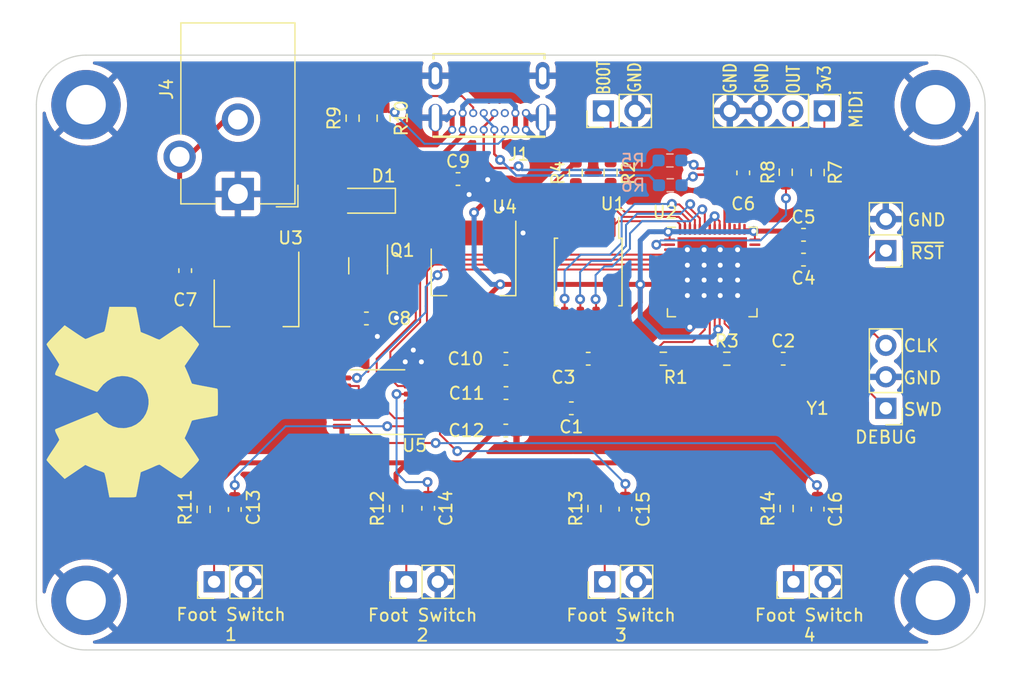
<source format=kicad_pcb>
(kicad_pcb (version 20210228) (generator pcbnew)
  (layers (0 "F.Cu" signal) (31 "B.Cu" signal) (34 "B.Paste" user) (35 "F.Paste" user) (36 "B.SilkS" user "B.Silkscreen") (37 "F.SilkS" user "F.Silkscreen") (38 "B.Mask" user) (39 "F.Mask" user) (44 "Edge.Cuts" user))
  (net 0 "")
  (net 1 "Net-(C1-Pad2)")
  (net 2 "GND")
  (net 3 "Net-(C2-Pad1)")
  (net 4 "/FootSwitches/3v3")
  (net 5 "/RP2040/1v1")
  (net 6 "Net-(C7-Pad1)")
  (net 7 "Net-(C8-Pad1)")
  (net 8 "Net-(C9-Pad1)")
  (net 9 "Net-(C13-Pad1)")
  (net 10 "Net-(C14-Pad1)")
  (net 11 "Net-(C15-Pad1)")
  (net 12 "Net-(C16-Pad1)")
  (net 13 "/PSU/VBUS")
  (net 14 "Net-(J1-Pad3)")
  (net 15 "Net-(J1-Pad1)")
  (net 16 "Net-(J2-Pad1)")
  (net 17 "Net-(J3-Pad1)")
  (net 18 "Net-(J5-Pad2)")
  (net 19 "Net-(J5-Pad1)")
  (net 21 "/USB_+")
  (net 22 "/USB_-")
  (net 23 "Net-(J?1-PadB5)")
  (net 25 "Net-(J?1-PadA5)")
  (net 26 "Net-(R1-Pad2)")
  (net 27 "/RP2040/~QSPI_CS")
  (net 28 "/RP2040/RP_USB_+")
  (net 29 "/RP2040/RP_USB_-")
  (net 30 "/MiDi/midi_out")
  (net 31 "/RP2040/QSPI_SD3")
  (net 32 "/RP2040/QSPI_CLK")
  (net 33 "/RP2040/QSPI_SD0")
  (net 34 "/RP2040/QSPI_SD2")
  (net 35 "/RP2040/QSPI_SD1")
  (net 60 "/FootSwitches/foot_switch_four")
  (net 61 "/FootSwitches/foot_switch_three")
  (net 62 "/FootSwitches/foot_switch_two")
  (net 63 "/FootSwitches/foot_switch_one")
  (net 64 "/RP2040/midi_in")
  (footprint "Resistor_SMD:R_0603_1608Metric_Pad0.98x0.95mm_HandSolder" (layer "F.Cu") (at 165.78 96)
    (fp_text reference "R3")
    (fp_text value "1k")
  )
  (footprint "Package_DFN_QFN:QFN-56-1EP_7x7mm_P0.4mm_EP5.6x5.6mm" (layer "F.Cu") (at 164.605 89)
    (fp_text reference "U2")
    (fp_text value "RP2040")
  )
  (footprint "Symbol:OSHW-Logo2_24.3x20mm_SilkScreen" (layer "F.Cu") (at 115.5 99.5 -90)
    (fp_text reference "REF**" hide)
    (fp_text value "OSHW-Logo2_24.3x20mm_SilkScreen" hide)
  )
  (footprint "Capacitor_SMD:C_0603_1608Metric_Pad1.08x0.95mm_HandSolder" (layer "F.Cu") (at 122.105 88.8875 -90)
    (fp_text reference "C7")
    (fp_text value "10uF")
  )
  (footprint "Package_SO:TSSOP-14_4.4x5mm_P0.65mm" (layer "F.Cu") (at 137.605 99.5 180)
    (fp_text reference "U5")
    (fp_text value "74HC14")
  )
  (footprint "Capacitor_SMD:C_0603_1608Metric_Pad1.08x0.95mm_HandSolder" (layer "F.Cu") (at 126.105 108.1625 -90)
    (fp_text reference "C13")
    (fp_text value "100n")
  )
  (footprint "USB4085-GF-A:GCT_USB4085-GF-A_REVA" (layer "F.Cu") (at 146.605 73.5 180)
    (fp_text reference "J1")
    (fp_text value "USB_C_Receptacle_USB2.0")
  )
  (footprint "Connector_PinHeader_2.54mm:PinHeader_1x02_P2.54mm_Vertical" (layer "F.Cu") (at 171.16 114 90)
    (fp_text reference "J9" hide)
    (fp_text value "FS_4")
  )
  (footprint "Capacitor_SMD:C_0603_1608Metric_Pad1.08x0.95mm_HandSolder" (layer "F.Cu") (at 144.105 81.5)
    (fp_text reference "C9")
    (fp_text value "10uF")
  )
  (footprint "Capacitor_SMD:C_0603_1608Metric_Pad1.08x0.95mm_HandSolder" (layer "F.Cu") (at 147.974501 98.768554)
    (fp_text reference "C11")
    (fp_text value "10nF")
  )
  (footprint "MountingHole:MountingHole_3.2mm_M3_DIN965_Pad" (layer "F.Cu") (at 114.105 75.5)
    (fp_text reference "H3" hide)
    (fp_text value "MountingHole_Pad")
  )
  (footprint "Resistor_SMD:R_0603_1608Metric_Pad0.98x0.95mm_HandSolder" (layer "F.Cu") (at 123.587964 108.152549 -90)
    (fp_text reference "R11")
    (fp_text value "220k")
  )
  (footprint "Capacitor_SMD:C_0603_1608Metric_Pad1.08x0.95mm_HandSolder" (layer "F.Cu") (at 170.33 96)
    (fp_text reference "C2")
    (fp_text value "15p")
  )
  (footprint "Capacitor_SMD:C_0603_1608Metric_Pad1.08x0.95mm_HandSolder" (layer "F.Cu") (at 157.605 108.1375 -90)
    (fp_text reference "C15")
    (fp_text value "100n")
  )
  (footprint "Connector_PinHeader_2.54mm:PinHeader_1x02_P2.54mm_Vertical" (layer "F.Cu") (at 124.435 114 90)
    (fp_text reference "J6" hide)
    (fp_text value "FS_1")
  )
  (footprint "Package_TO_SOT_SMD:SOT-223" (layer "F.Cu") (at 127.855 91.5 -90)
    (fp_text reference "U3")
    (fp_text value "LM1117MP-5.0_NOPB")
  )
  (footprint "Connector_PinHeader_2.54mm:PinHeader_1x02_P2.54mm_Vertical" (layer "F.Cu") (at 139.935 114 90)
    (fp_text reference "J7" hide)
    (fp_text value "FS_2")
  )
  (footprint "Resistor_SMD:R_0603_1608Metric_Pad0.98x0.95mm_HandSolder" (layer "F.Cu") (at 139.105 108.0875 -90)
    (fp_text reference "R12")
    (fp_text value "220k")
  )
  (footprint "Capacitor_SMD:C_0603_1608Metric_Pad1.08x0.95mm_HandSolder" (layer "F.Cu") (at 141.697979 108.066041 -90)
    (fp_text reference "C14")
    (fp_text value "100n")
  )
  (footprint "Capacitor_SMD:C_0603_1608Metric_Pad1.08x0.95mm_HandSolder" (layer "F.Cu") (at 147.9675 96)
    (fp_text reference "C10")
    (fp_text value "10uF")
  )
  (footprint "Resistor_SMD:R_0603_1608Metric_Pad0.98x0.95mm_HandSolder" (layer "F.Cu") (at 138.105 76.5875 -90)
    (fp_text reference "R10")
    (fp_text value "5.1k")
  )
  (footprint "Connector_PinHeader_2.54mm:PinHeader_1x02_P2.54mm_Vertical" (layer "F.Cu") (at 155.83 76 90)
    (fp_text reference "J2" hide)
    (fp_text value "PROG_MODE")
  )
  (footprint "Capacitor_SMD:C_0603_1608Metric_Pad1.08x0.95mm_HandSolder" (layer "F.Cu") (at 153.2425 100)
    (fp_text reference "C1")
    (fp_text value "15p")
  )
  (footprint "Package_TO_SOT_SMD:SOT-223" (layer "F.Cu") (at 145.355 89 -90)
    (fp_text reference "U4")
    (fp_text value "LMS8117AMP-3.3_NOPB")
  )
  (footprint "MountingHole:MountingHole_3.2mm_M3_DIN965_Pad" (layer "F.Cu") (at 182.605 75.5)
    (fp_text reference "H4" hide)
    (fp_text value "MountingHole_Pad")
  )
  (footprint "Package_SO:SOIC-8_5.23x5.23mm_P1.27mm" (layer "F.Cu") (at 154.605 89 -90)
    (fp_text reference "U1")
    (fp_text value "W25Q128JVS")
  )
  (footprint "Resistor_SMD:R_0603_1608Metric_Pad0.98x0.95mm_HandSolder" (layer "F.Cu") (at 173.107876 80.971886 -90)
    (fp_text reference "R7")
    (fp_text value "33R")
  )
  (footprint "Capacitor_SMD:C_0603_1608Metric_Pad1.08x0.95mm_HandSolder" (layer "F.Cu") (at 136.7175 92.75)
    (fp_text reference "C8")
    (fp_text value "10uF")
  )
  (footprint "Connector_PinHeader_2.54mm:PinHeader_1x03_P2.54mm_Vertical" (layer "F.Cu") (at 178.605 100 180)
    (fp_text reference "DEBUG")
    (fp_text value "SWD")
  )
  (footprint "Resistor_SMD:R_0603_1608Metric_Pad0.98x0.95mm_HandSolder" (layer "F.Cu") (at 135.605 76.5875 -90)
    (fp_text reference "R9")
    (fp_text value "5.1k")
  )
  (footprint "Capacitor_SMD:C_0603_1608Metric_Pad1.08x0.95mm_HandSolder" (layer "F.Cu") (at 171.9675 86)
    (fp_text reference "C5")
    (fp_text value "2u2")
  )
  (footprint "Capacitor_SMD:C_0603_1608Metric_Pad1.08x0.95mm_HandSolder" (layer "F.Cu") (at 147.957744 101.797266)
    (fp_text reference "C12")
    (fp_text value "10nF")
  )
  (footprint "Capacitor_SMD:C_0603_1608Metric_Pad1.08x0.95mm_HandSolder" (layer "F.Cu") (at 171.9675 88)
    (fp_text reference "C4")
    (fp_text value "100n")
  )
  (footprint "Capacitor_SMD:C_0603_1608Metric_Pad1.08x0.95mm_HandSolder" (layer "F.Cu") (at 154.605 96 180)
    (fp_text reference "C3")
    (fp_text value "100n")
  )
  (footprint "Connector_PinHeader_2.54mm:PinHeader_1x04_P2.54mm_Vertical" (layer "F.Cu") (at 173.645 76 -90)
    (fp_text reference "J5" hide)
    (fp_text value "Conn_01x04_Female")
  )
  (footprint "Resistor_SMD:R_0603_1608Metric_Pad0.98x0.95mm_HandSolder" (layer "F.Cu") (at 170.605 108.0875 -90)
    (fp_text reference "R14")
    (fp_text value "220k")
  )
  (footprint "Diode_SMD:D_SOD-123F" (layer "F.Cu") (at 136.855 83.25 180)
    (fp_text reference "D1")
    (fp_text value "MBR1020VL")
  )
  (footprint "Resistor_SMD:R_0603_1608Metric_Pad0.98x0.95mm_HandSolder" (layer "F.Cu") (at 160.6625 96)
    (fp_text reference "R1")
    (fp_text value "DNF")
  )
  (footprint "Connector_PinHeader_2.54mm:PinHeader_1x02_P2.54mm_Vertical" (layer "F.Cu") (at 178.605 87.275 180)
    (fp_text reference "J3" hide)
    (fp_text value "RESET")
  )
  (footprint "Resistor_SMD:R_0603_1608Metric_Pad0.98x0.95mm_HandSolder" (layer "F.Cu") (at 153.605 81 90)
    (fp_text reference "R4")
    (fp_text value "DNF")
  )
  (footprint "Resistor_SMD:R_0603_1608Metric_Pad0.98x0.95mm_HandSolder" (layer "F.Cu") (at 156.408274 80.980343 -90)
    (fp_text reference "R2")
    (fp_text value "1k")
  )
  (footprint "Connector_PinHeader_2.54mm:PinHeader_1x02_P2.54mm_Vertical" (layer "F.Cu") (at 155.935 114 90)
    (fp_text reference "J8" hide)
    (fp_text value "FS_3")
  )
  (footprint "Resistor_SMD:R_0603_1608Metric_Pad0.98x0.95mm_HandSolder" (layer "F.Cu") (at 170.531507 80.950636 90)
    (fp_text reference "R8")
    (fp_text value "10R")
  )
  (footprint "Resistor_SMD:R_0603_1608Metric_Pad0.98x0.95mm_HandSolder" (layer "F.Cu") (at 155.105 108.0875 -90)
    (fp_text reference "R13")
    (fp_text value "220k")
  )
  (footprint "Package_TO_SOT_SMD:SOT-23" (layer "F.Cu") (at 136.855 88.5 -90)
    (fp_text reference "Q1")
    (fp_text value "DMG2305UX")
  )
  (footprint "MountingHole:MountingHole_3.2mm_M3_DIN965_Pad" (layer "F.Cu") (at 182.605 115.5)
    (fp_text reference "H2" hide)
    (fp_text value "MountingHole_Pad")
  )
  (footprint "Capacitor_SMD:C_0603_1608Metric_Pad1.08x0.95mm_HandSolder" (layer "F.Cu") (at 173.105 108.1375 -90)
    (fp_text reference "C16")
    (fp_text value "100n")
  )
  (footprint "Connector_BarrelJack:BarrelJack_CUI_PJ-102AH_Horizontal" (layer "F.Cu") (at 126.355 82.7 180)
    (fp_text reference "J4")
    (fp_text value "9V center: Neg")
  )
  (footprint "Capacitor_SMD:C_0603_1608Metric_Pad1.08x0.95mm_HandSolder" (layer "F.Cu") (at 167.105 81 90)
    (fp_text reference "C6")
    (fp_text value "2u2")
  )
  (footprint "sc_custom:ABLS-12.000MHZ-20-B-3-H-T" (layer "F.Cu") (at 164.105 100)
    (fp_text reference "Y1")
    (fp_text value "12MHz")
  )
  (footprint "MountingHole:MountingHole_3.2mm_M3_DIN965_Pad" (layer "F.Cu") (at 114.105 115.5)
    (fp_text reference "H1" hide)
    (fp_text value "MountingHole_Pad")
  )
  (footprint "Resistor_SMD:R_0603_1608Metric_Pad0.98x0.95mm_HandSolder" (layer "B.Cu") (at 161.219493 82 180)
    (fp_text reference "R6")
    (fp_text value "27.4R")
  )
  (footprint "Resistor_SMD:R_0603_1608Metric_Pad0.98x0.95mm_HandSolder" (layer "B.Cu") (at 161.1925 80 180)
    (fp_text reference "R5")
    (fp_text value "27.4R")
  )
  (gr_line (start 186.605 75.5) (end 186.605 115.5) (layer "Edge.Cuts") (width 0.1))
  (gr_arc (start 114.105 75.5) (end 114.105 71.5) (angle -90) (layer "Edge.Cuts") (width 0.1))
  (gr_line (start 110.105 115.5) (end 110.105 75.5) (layer "Edge.Cuts") (width 0.1))
  (gr_line (start 114.105 71.5) (end 182.605 71.5) (layer "Edge.Cuts") (width 0.1))
  (gr_arc (start 182.605 75.5) (end 186.605 75.5) (angle -90) (layer "Edge.Cuts") (width 0.1))
  (gr_arc (start 182.605 115.5) (end 182.605 119.5) (angle -90) (layer "Edge.Cuts") (width 0.1))
  (gr_arc (start 114.105 115.5) (end 110.105 115.5) (angle -90) (layer "Edge.Cuts") (width 0.1))
  (gr_line (start 182.605 119.5) (end 114.105 119.5) (layer "Edge.Cuts") (width 0.1))
  (gr_text "~RST" (at 181.95 87.45) (layer "F.SilkS") (effects (font (size 1 1))))
  (gr_text "GND" (at 166.05 73.35 90) (layer "F.SilkS") (effects (font (size 1 0.8))))
  (gr_text "GND" (at 181.55 97.55) (layer "F.SilkS") (effects (font (size 1 1))))
  (gr_text "CLK" (at 181.45 94.95) (layer "F.SilkS") (effects (font (size 1 1))))
  (gr_text "Foot Switch\n3" (at 157.25 117.5) (layer "F.SilkS") (effects (font (size 1 1))))
  (gr_text "3v3" (at 173.65 73.4 90) (layer "F.SilkS") (effects (font (size 1 0.8))))
  (gr_text "MiDi" (at 176.2 75.85 90) (layer "F.SilkS") (effects (font (size 1 1))))
  (gr_text "Foot Switch\n4" (at 172.45 117.5) (layer "F.SilkS") (effects (font (size 1 1))))
  (gr_text "Foot Switch\n1" (at 125.8 117.45) (layer "F.SilkS") (effects (font (size 1 1))))
  (gr_text "SWD" (at 181.6 100.1) (layer "F.SilkS") (effects (font (size 1 1))))
  (gr_text "GND" (at 158.35 73.3 90) (layer "F.SilkS") (effects (font (size 1 0.8))))
  (gr_text "GND" (at 181.9 84.8) (layer "F.SilkS") (effects (font (size 1 1))))
  (gr_text "OUT" (at 171.15 73.45 90) (layer "F.SilkS") (effects (font (size 1 0.8))))
  (gr_text "Foot Switch\n2" (at 141.25 117.5) (layer "F.SilkS") (effects (font (size 1 1))))
  (gr_text "GND" (at 168.6 73.35 90) (layer "F.SilkS") (effects (font (size 1 0.8))))
  (gr_text "BOOT\n" (at 155.85 73.3 90) (layer "F.SilkS") (effects (font (size 1 0.7))))
  (segment (start 160.7 94.65) (end 159.75 95.6) (width 0.16) (layer "F.Cu") (net 1))
  (segment (start 159.75 99.605) (end 159.355 100) (width 0.16) (layer "F.Cu") (net 1))
  (segment (start 159.75 95.6) (end 159.75 96) (width 0.16) (layer "F.Cu") (net 1))
  (segment (start 164.005 93.645) (end 163 94.65) (width 0.16) (layer "F.Cu") (net 1))
  (segment (start 159.75 96) (end 159.75 99.605) (width 0.16) (layer "F.Cu") (net 1))
  (segment (start 164.005 92.4375) (end 164.005 93.645) (width 0.16) (layer "F.Cu") (net 1))
  (segment (start 154.105 100) (end 159.355 100) (width 0.16) (layer "F.Cu") (net 1))
  (segment (start 163 94.65) (end 160.7 94.65) (width 0.16) (layer "F.Cu") (net 1))
  (segment (start 164.605 88.995) (end 164.65 88.95) (width 0.16) (layer "F.Cu") (net 2))
  (segment (start 143.63 76.175) (end 143.63 77.525) (width 0.4) (layer "F.Cu") (net 2))
  (segment (start 164.605 89) (end 164.605 88.995) (width 0.16) (layer "F.Cu") (net 2))
  (segment (start 163.605 92.4375) (end 163.605 90) (width 0.16) (layer "F.Cu") (net 2))
  (segment (start 163.605 92.4375) (end 163.605 93.045) (width 0.16) (layer "F.Cu") (net 2))
  (segment (start 163.2 93.45) (end 162.8 93.45) (width 0.16) (layer "F.Cu") (net 2))
  (segment (start 163.605 90) (end 164.605 89) (width 0.16) (layer "F.Cu") (net 2))
  (segment (start 149.58 76.175) (end 149.58 77.525) (width 0.4) (layer "F.Cu") (net 2))
  (segment (start 163.605 93.045) (end 163.4 93.25) (width 0.16) (layer "F.Cu") (net 2))
  (segment (start 163.4 93.25) (end 163.2 93.45) (width 0.16) (layer "F.Cu") (net 2))
  (via (at 163.95 88.45) (size 0.8) (drill 0.4) (layers "F.Cu" "B.Cu") (net 2))
  (via (at 166.65 89.65) (size 0.8) (drill 0.4) (layers "F.Cu" "B.Cu") (net 2))
  (via (at 165.25 87.2) (size 0.8) (drill 0.4) (layers "F.Cu" "B.Cu") (net 2))
  (via (at 165.25 90.9) (size 0.8) (drill 0.4) (layers "F.Cu" "B.Cu") (net 2))
  (via (at 165.25 89.65) (size 0.8) (drill 0.4) (layers "F.Cu" "B.Cu") (net 2))
  (via (at 139.85 96.25) (size 0.8) (drill 0.4) (layers "F.Cu" "B.Cu") (net 2))
  (via (at 140.5 95.3) (size 0.8) (drill 0.4) (layers "F.Cu" "B.Cu") (net 2))
  (via (at 162.6 90.9) (size 0.8) (drill 0.4) (layers "F.Cu" "B.Cu") (net 2))
  (via (at 166.65 88.45) (size 0.8) (drill 0.4) (layers "F.Cu" "B.Cu") (net 2))
  (via (at 162.8 93.45) (size 0.8) (drill 0.4) (layers "F.Cu" "B.Cu") (net 2))
  (via (at 146.5 81.55) (size 0.8) (drill 0.4) (layers "F.Cu" "B.Cu") (net 2))
  (via (at 147.65 83.9) (size 0.8) (drill 0.4) (layers "F.Cu" "B.Cu") (net 2))
  (via (at 145 82.75) (size 0.8) (drill 0.4) (layers "F.Cu" "B.Cu") (net 2))
  (via (at 166.65 90.9) (size 0.8) (drill 0.4) (layers "F.Cu" "B.Cu") (net 2))
  (via (at 162.6 89.65) (size 0.8) (drill 0.4) (layers "F.Cu" "B.Cu") (net 2))
  (via (at 163.95 90.9) (size 0.8) (drill 0.4) (layers "F.Cu" "B.Cu") (net 2))
  (via (at 149.35 85.85) (size 0.8) (drill 0.4) (layers "F.Cu" "B.Cu") (net 2))
  (via (at 162.6 88.45) (size 0.8) (drill 0.4) (layers "F.Cu" "B.Cu") (net 2))
  (via (at 137.6 94.2) (size 0.8) (drill 0.4) (layers "F.Cu" "B.Cu") (net 2))
  (via (at 162.6 87.2) (size 0.8) (drill 0.4) (layers "F.Cu" "B.Cu") (net 2))
  (via (at 141.15 96.25) (size 0.8) (drill 0.4) (layers "F.Cu" "B.Cu") (net 2))
  (via (at 163.95 89.65) (size 0.8) (drill 0.4) (layers "F.Cu" "B.Cu") (net 2))
  (via (at 166.65 87.2) (size 0.8) (drill 0.4) (layers "F.Cu" "B.Cu") (net 2))
  (via (at 165.25 88.45) (size 0.8) (drill 0.4) (layers "F.Cu" "B.Cu") (net 2))
  (via (at 139.15 92.7) (size 0.8) (drill 0.4) (layers "F.Cu" "B.Cu") (net 2))
  (via (at 163.95 87.2) (size 0.8) (drill 0.4) (layers "F.Cu" "B.Cu") (net 2))
  (segment (start 169.4675 99.3875) (end 168.855 100) (width 0.16) (layer "F.Cu") (net 3))
  (segment (start 166.6925 96) (end 169.4675 96) (width 0.16) (layer "F.Cu") (net 3))
  (segment (start 169.4675 96) (end 169.4675 99.3875) (width 0.16) (layer "F.Cu") (net 3))
  (segment (start 126.428013 104.4) (end 136.7 104.4) (width 0.4) (layer "F.Cu") (net 4))
  (segment (start 155.4675 96) (end 155.5 96) (width 0.4) (layer "F.Cu") (net 4))
  (segment (start 165.205 84.905) (end 164.8 84.5) (width 0.16) (layer "F.Cu") (net 4))
  (segment (start 164.405 84.895) (end 164.8 84.5) (width 0.16) (layer "F.Cu") (net 4))
  (segment (start 155.105 106.155) (end 155.105 107.175) (width 0.4) (layer "F.Cu") (net 4))
  (segment (start 156.51 94.99) (end 156.51 92.6) (width 0.4) (layer "F.Cu") (net 4))
  (segment (start 169.15 104.4) (end 170.605 105.855) (width 0.4) (layer "F.Cu") (net 4))
  (segment (start 158.8 90) (end 158.8 91.45) (width 0.4) (layer "F.Cu") (net 4))
  (segment (start 155.5 96) (end 156.51 94.99) (width 0.4) (layer "F.Cu") (net 4))
  (segment (start 165.205 85.5625) (end 165.205 84.905) (width 0.16) (layer "F.Cu") (net 4))
  (segment (start 158.8 91.45) (end 157.65 92.6) (width 0.4) (layer "F.Cu") (net 4))
  (segment (start 161.1675 85.8675) (end 161.05 85.75) (width 0.16) (layer "F.Cu") (net 4))
  (segment (start 153.35 104.4) (end 169.15 104.4) (width 0.4) (layer "F.Cu") (net 4))
  (segment (start 153.35 104.4) (end 155.105 106.155) (width 0.4) (layer "F.Cu") (net 4))
  (segment (start 167.95 85.7) (end 170.805 85.7) (width 0.4) (layer "F.Cu") (net 4))
  (segment (start 147.095244 101.804756) (end 144.5 104.4) (width 0.4) (layer "F.Cu") (net 4))
  (segment (start 147.095244 101.797266) (end 147.095244 101.804756) (width 0.4) (layer "F.Cu") (net 4))
  (segment (start 145.355 93.105) (end 147.105 94.855) (width 0.4) (layer "F.Cu") (net 4))
  (segment (start 171.105 86) (end 171.105 85.545) (width 0.4) (layer "F.Cu") (net 4))
  (segment (start 145.4 85.805) (end 145.355 85.85) (width 0.4) (layer "F.Cu") (net 4))
  (segment (start 145.355 92.15) (end 145.355 93.105) (width 0.4) (layer "F.Cu") (net 4))
  (segment (start 147.112001 96.007001) (end 147.105 96) (width 0.4) (layer "F.Cu") (net 4))
  (segment (start 167.8125 85.5625) (end 167.95 85.7) (width 0.16) (layer "F.Cu") (net 4))
  (segment (start 165.085 93.65) (end 164.805 93.37) (width 0.16) (layer "F.Cu") (net 4))
  (segment (start 140 104.4) (end 136.7 104.4) (width 0.4) (layer "F.Cu") (net 4))
  (segment (start 146.9 82.7) (end 150.9925 82.7) (width 0.4) (layer "F.Cu") (net 4))
  (segment (start 170.805 85.7) (end 171.105 86) (width 0.4) (layer "F.Cu") (net 4))
  (segment (start 123.587964 107.240049) (end 126.428013 104.4) (width 0.4) (layer "F.Cu") (net 4))
  (segment (start 165.205 93.53) (end 165.205 92.4375) (width 0.16) (layer "F.Cu") (net 4))
  (segment (start 134.75 102.45) (end 134.75 101.95) (width 0.4) (layer "F.Cu") (net 4))
  (segment (start 145.4 84.2) (end 146.9 82.7) (width 0.4) (layer "F.Cu") (net 4))
  (segment (start 164.405 85.5625) (end 164.405 84.895) (width 0.16) (layer "F.Cu") (net 4))
  (segment (start 147.505 90) (end 145.355 92.15) (width 0.4) (layer "F.Cu") (net 4))
  (segment (start 168.0425 86.4) (end 168.0425 85.7925) (width 0.16) (layer "F.Cu") (net 4))
  (segment (start 170.605 105.855) (end 170.605 107.175) (width 0.4) (layer "F.Cu") (net 4))
  (segment (start 170.3 89.55) (end 169.85 90) (width 0.4) (layer "F.Cu") (net 4))
  (segment (start 171.105 88) (end 171.105 88.745) (width 0.4) (layer "F.Cu") (net 4))
  (segment (start 171.105 88.745) (end 170.3 89.55) (width 0.4) (layer "F.Cu") (net 4))
  (segment (start 168.0425 85.7925) (end 167.95 85.7) (width 0.16) (layer "F.Cu") (net 4))
  (segment (start 150.9925 82.7) (end 153.605 80.0875) (width 0.4) (layer "F.Cu") (net 4))
  (segment (start 161.1675 86.4) (end 161.1675 85.8675) (width 0.16) (layer "F.Cu") (net 4))
  (segment (start 157.65 92.6) (end 156.51 92.6) (width 0.4) (layer "F.Cu") (net 4))
  (segment (start 147.095244 98.785311) (end 147.112001 98.768554) (width 0.4) (layer "F.Cu") (net 4))
  (segment (start 171.105 85.545) (end 173.107876 83.542124) (width 0.4) (layer "F.Cu") (net 4))
  (segment (start 165.085 93.65) (end 165.205 93.53) (width 0.16) (layer "F.Cu") (net 4))
  (segment (start 171.105 86) (end 171.105 88) (width 0.4) (layer "F.Cu") (net 4))
  (segment (start 169.85 90) (end 168.85 90) (width 0.4) (layer "F.Cu") (net 4))
  (segment (start 145.4 84.2) (end 145.4 85.805) (width 0.4) (layer "F.Cu") (net 4))
  (segment (start 147.095244 101.797266) (end 147.095244 98.785311) (width 0.4) (layer "F.Cu") (net 4))
  (segment (start 134.75 101.95) (end 134.7425 101.9425) (width 0.4) (layer "F.Cu") (net 4))
  (segment (start 158.8 90) (end 147.505 90) (width 0.4) (layer "F.Cu") (net 4))
  (segment (start 139.105 107.175) (end 139.105 105.295) (width 0.4) (layer "F.Cu") (net 4))
  (segment (start 168.0425 90) (end 168.85 90) (width 0.16) (layer "F.Cu") (net 4))
  (segment (start 167.205 85.5625) (end 167.8125 85.5625) (width 0.16) (layer "F.Cu") (net 4))
  (segment (start 134.7425 101.9425) (end 134.7425 101.45) (width 0.4) (layer "F.Cu") (net 4))
  (segment (start 147.105 94.855) (end 147.105 96) (width 0.4) (layer "F.Cu") (net 4))
  (segment (start 164.805 84.505) (end 164.8 84.5) (width 0.16) (layer "F.Cu") (net 4))
  (segment (start 158.8 90) (end 160.493576 90) (width 0.4) (layer "F.Cu") (net 4))
  (segment (start 144.5 104.4) (end 140 104.4) (width 0.4) (layer "F.Cu") (net 4))
  (segment (start 164.805 93.37) (end 164.805 92.4375) (width 0.16) (layer "F.Cu") (net 4))
  (segment (start 144.5 104.4) (end 153.35 104.4) (width 0.4) (layer "F.Cu") (net 4))
  (segment (start 136.7 104.4) (end 134.75 102.45) (width 0.4) (layer "F.Cu") (net 4))
  (segment (start 147.112001 98.768554) (end 147.112001 96.007001) (width 0.4) (layer "F.Cu") (net 4))
  (segment (start 139.105 105.295) (end 140 104.4) (width 0.4) (layer "F.Cu") (net 4))
  (segment (start 173.107876 83.542124) (end 173.107876 81.884386) (width 0.4) (layer "F.Cu") (net 4))
  (segment (start 164.805 85.5625) (end 164.805 84.505) (width 0.16) (layer "F.Cu") (net 4))
  (segment (start 161.1675 90) (end 160.493576 90) (width 0.16) (layer "F.Cu") (net 4))
  (via (at 164.8 84.5) (size 0.8) (drill 0.4) (layers "F.Cu" "B.Cu") (net 4))
  (via (at 158.8 90) (size 0.8) (drill 0.4) (layers "F.Cu" "B.Cu") (net 4))
  (via (at 147.505 90) (size 0.8) (drill 0.4) (layers "F.Cu" "B.Cu") (net 4))
  (via (at 161.05 85.75) (size 0.8) (drill 0.4) (layers "F.Cu" "B.Cu") (net 4))
  (via (at 165.085 93.65) (size 0.8) (drill 0.4) (layers "F.Cu" "B.Cu") (net 4))
  (via (at 145.4 84.2) (size 0.8) (drill 0.4) (layers "F.Cu" "B.Cu") (net 4))
  (via (at 167.95 85.7) (size 0.8) (drill 0.4) (layers "F.Cu" "B.Cu") (net 4))
  (segment (start 158.95 86.3) (end 158.8 86.45) (width 0.4) (layer "B.Cu") (net 4))
  (segment (start 158.8 92.65) (end 158.8 90) (width 0.4) (layer "B.Cu") (net 4))
  (segment (start 165.085 93.765) (end 164.6 94.25) (width 0.4) (layer "B.Cu") (net 4))
  (segment (start 159.95 85.75) (end 159.5 85.75) (width 0.4) (layer "B.Cu") (net 4))
  (segment (start 146.8 90) (end 145.7 88.9) (width 0.4) (layer "B.Cu") (net 4))
  (segment (start 158.8 86.45) (end 158.8 90) (width 0.4) (layer "B.Cu") (net 4))
  (segment (start 161.05 85.75) (end 159.95 85.75) (width 0.4) (layer "B.Cu") (net 4))
  (segment (start 164.6 94.25) (end 160.4 94.25) (width 0.4) (layer "B.Cu") (net 4))
  (segment (start 161.05 85.75) (end 163.55 85.75) (width 0.4) (layer "B.Cu") (net 4))
  (segment (start 145.4 88.6) (end 145.4 84.2) (width 0.4) (layer "B.Cu") (net 4))
  (segment (start 163.55 85.75) (end 164.8 84.5) (width 0.4) (layer "B.Cu") (net 4))
  (segment (start 147.505 90) (end 146.8 90) (width 0.4) (layer "B.Cu") (net 4))
  (segment (start 167.9 85.75) (end 167.95 85.7) (width 0.4) (layer "B.Cu") (net 4))
  (segment (start 159.5 85.75) (end 158.95 86.3) (width 0.4) (layer "B.Cu") (net 4))
  (segment (start 145.7 88.9) (end 145.4 88.6) (width 0.4) (layer "B.Cu") (net 4))
  (segment (start 160.4 94.25) (end 158.8 92.65) (width 0.4) (layer "B.Cu") (net 4))
  (segment (start 161.05 85.75) (end 167.9 85.75) (width 0.4) (layer "B.Cu") (net 4))
  (segment (start 165.085 93.65) (end 165.085 93.765) (width 0.4) (layer "B.Cu") (net 4))
  (segment (start 167.105 84.745) (end 167.105 81.8625) (width 0.16) (layer "F.Cu") (net 5))
  (segment (start 166.805 85.5625) (end 166.805 85.045) (width 0.16) (layer "F.Cu") (net 5))
  (segment (start 166.805 85.045) (end 167.105 84.745) (width 0.16) (layer "F.Cu") (net 5))
  (segment (start 166.405 85.5625) (end 166.805 85.5625) (width 0.16) (layer "F.Cu") (net 5))
  (segment (start 122.35 79.7) (end 121.655 79.7) (width 0.4) (layer "F.Cu") (net 6))
  (segment (start 126.355 76.7) (end 125.35 76.7) (width 0.4) (layer "F.Cu") (net 6))
  (segment (start 121.655 79.7) (end 121.655 87.575) (width 0.4) (layer "F.Cu") (net 6))
  (segment (start 125.35 76.7) (end 122.35 79.7) (width 0.4) (layer "F.Cu") (net 6))
  (segment (start 121.655 87.575) (end 122.105 88.025) (width 0.4) (layer "F.Cu") (net 6))
  (segment (start 122.43 88.35) (end 122.105 88.025) (width 0.4) (layer "F.Cu") (net 6))
  (segment (start 125.555 88.35) (end 122.43 88.35) (width 0.4) (layer "F.Cu") (net 6))
  (segment (start 133.7 92.75) (end 131.8 94.65) (width 0.4) (layer "F.Cu") (net 7))
  (segment (start 135.855 92.145) (end 135.855 92.75) (width 0.4) (layer "F.Cu") (net 7))
  (segment (start 127.855 88.35) (end 127.855 94.65) (width 0.4) (layer "F.Cu") (net 7))
  (segment (start 137.805 90.195) (end 135.855 92.145) (width 0.4) (layer "F.Cu") (net 7))
  (segment (start 135.855 92.75) (end 133.7 92.75) (width 0.4) (layer "F.Cu") (net 7))
  (segment (start 137.805 87.5625) (end 137.805 90.195) (width 0.4) (layer "F.Cu") (net 7))
  (segment (start 131.8 94.65) (end 127.855 94.65) (width 0.4) (layer "F.Cu") (net 7))
  (segment (start 143.2425 85.6625) (end 143.055 85.85) (width 0.4) (layer "F.Cu") (net 8))
  (segment (start 136.855 84.65) (end 138.255 83.25) (width 0.4) (layer "F.Cu") (net 8))
  (segment (start 138.255 83.25) (end 138.255 82.345) (width 0.4) (layer "F.Cu") (net 8))
  (segment (start 138.255 82.345) (end 139.1 81.5) (width 0.4) (layer "F.Cu") (net 8))
  (segment (start 139.1 81.5) (end 143.2425 81.5) (width 0.4) (layer "F.Cu") (net 8))
  (segment (start 143.2425 81.5) (end 143.2425 85.6625) (width 0.4) (layer "F.Cu") (net 8))
  (segment (start 136.855 89.4375) (end 136.855 84.65) (width 0.4) (layer "F.Cu") (net 8))
  (segment (start 126.105 107.3) (end 126.105 106.205) (width 0.16) (layer "F.Cu") (net 9))
  (segment (start 123.587964 109.065049) (end 124.339951 109.065049) (width 0.16) (layer "F.Cu") (net 9))
  (segment (start 123.587964 111.237964) (end 123.587964 109.065049) (width 0.16) (layer "F.Cu") (net 9))
  (segment (start 124.435 112.085) (end 123.587964 111.237964) (width 0.16) (layer "F.Cu") (net 9))
  (segment (start 124.339951 109.065049) (end 126.105 107.3) (width 0.16) (layer "F.Cu") (net 9))
  (segment (start 124.435 114) (end 124.435 112.085) (width 0.16) (layer "F.Cu") (net 9))
  (segment (start 126.105 106.205) (end 126.1 106.2) (width 0.16) (layer "F.Cu") (net 9))
  (segment (start 138.4 101.45) (end 140.4675 101.45) (width 0.16) (layer "F.Cu") (net 9))
  (via (at 138.4 101.45) (size 0.8) (drill 0.4) (layers "F.Cu" "B.Cu") (net 9))
  (via (at 126.1 106.2) (size 0.8) (drill 0.4) (layers "F.Cu" "B.Cu") (net 9))
  (segment (start 130.2 101.45) (end 126.1 105.55) (width 0.16) (layer "B.Cu") (net 9))
  (segment (start 138.4 101.45) (end 130.2 101.45) (width 0.16) (layer "B.Cu") (net 9))
  (segment (start 126.1 105.55) (end 126.1 106.2) (width 0.16) (layer "B.Cu") (net 9))
  (segment (start 141.697979 105.997979) (end 141.65 105.95) (width 0.16) (layer "F.Cu") (net 10))
  (segment (start 141.697979 107.203541) (end 141.697979 105.997979) (width 0.16) (layer "F.Cu") (net 10))
  (segment (start 139.90152 109) (end 141.697979 107.203541) (width 0.16) (layer "F.Cu") (net 10))
  (segment (start 139.105 111.105) (end 139.105 109) (width 0.16) (layer "F.Cu") (net 10))
  (segment (start 140.4675 98.85) (end 139.15 98.85) (width 0.16) (layer "F.Cu") (net 10))
  (segment (start 139.105 109) (end 139.90152 109) (width 0.16) (layer "F.Cu") (net 10))
  (segment (start 139.935 114) (end 139.935 111.935) (width 0.16) (layer "F.Cu") (net 10))
  (segment (start 139.935 111.935) (end 139.105 111.105) (width 0.16) (layer "F.Cu") (net 10))
  (via (at 139.15 98.85) (size 0.8) (drill 0.4) (layers "F.Cu" "B.Cu") (net 10))
  (via (at 141.65 105.95) (size 0.8) (drill 0.4) (layers "F.Cu" "B.Cu") (net 10))
  (segment (start 139.15 98.85) (end 139.15 105.2) (width 0.16) (layer "B.Cu") (net 10))
  (segment (start 139.15 105.2) (end 139.9 105.95) (width 0.16) (layer "B.Cu") (net 10))
  (segment (start 139.9 105.95) (end 141.65 105.95) (width 0.16) (layer "B.Cu") (net 10))
  (segment (start 157.605 107.275) (end 157.605 106.105) (width 0.16) (layer "F.Cu") (net 11))
  (segment (start 155.88 109) (end 157.605 107.275) (width 0.16) (layer "F.Cu") (net 11))
  (segment (start 144 103.45) (end 142.65 102.1) (width 0.16) (layer "F.Cu") (net 11))
  (segment (start 155.935 112.185) (end 155.105 111.355) (width 0.16) (layer "F.Cu") (net 11))
  (segment (start 157.605 106.105) (end 157.6 106.1) (width 0.16) (layer "F.Cu") (net 11))
  (segment (start 155.105 109) (end 155.88 109) (width 0.16) (layer "F.Cu") (net 11))
  (segment (start 142.65 101.1) (end 141.7 100.15) (width 0.16) (layer "F.Cu") (net 11))
  (segment (start 155.105 111.355) (end 155.105 109) (width 0.16) (layer "F.Cu") (net 11))
  (segment (start 144.05 103.45) (end 144 103.45) (width 0.16) (layer "F.Cu") (net 11))
  (segment (start 142.65 102.1) (end 142.65 101.1) (width 0.16) (layer "F.Cu") (net 11))
  (segment (start 155.935 114) (end 155.935 112.185) (width 0.16) (layer "F.Cu") (net 11))
  (segment (start 141.7 100.15) (end 140.4675 100.15) (width 0.16) (layer "F.Cu") (net 11))
  (via (at 144.05 103.45) (size 0.8) (drill 0.4) (layers "F.Cu" "B.Cu") (net 11))
  (via (at 157.6 106.1) (size 0.8) (drill 0.4) (layers "F.Cu" "B.Cu") (net 11))
  (segment (start 154.95 103.45) (end 144.05 103.45) (width 0.16) (layer "B.Cu") (net 11))
  (segment (start 157.6 106.1) (end 154.95 103.45) (width 0.16) (layer "B.Cu") (net 11))
  (segment (start 136.1 101) (end 136.1 98.2) (width 0.16) (layer "F.Cu") (net 12))
  (segment (start 171.16 114) (end 171.16 112.01) (width 0.16) (layer "F.Cu") (net 12))
  (segment (start 142.3 102.8) (end 137.9 102.8) (width 0.16) (layer "F.Cu") (net 12))
  (segment (start 171.16 112.01) (end 170.605 111.455) (width 0.16) (layer "F.Cu") (net 12))
  (segment (start 173.105 107.275) (end 173.105 106.255) (width 0.16) (layer "F.Cu") (net 12))
  (segment (start 170.605 109) (end 171.38 109) (width 0.16) (layer "F.Cu") (net 12))
  (segment (start 171.38 109) (end 173.105 107.275) (width 0.16) (layer "F.Cu") (net 12))
  (segment (start 136.1 98.2) (end 134.7425 98.2) (width 0.16) (layer "F.Cu") (net 12))
  (segment (start 173.105 106.255) (end 173.05 106.2) (width 0.16) (layer "F.Cu") (net 12))
  (segment (start 137.9 102.8) (end 136.1 101) (width 0.16) (layer "F.Cu") (net 12))
  (segment (start 170.605 111.455) (end 170.605 109) (width 0.16) (layer "F.Cu") (net 12))
  (via (at 142.3 102.8) (size 0.8) (drill 0.4) (layers "F.Cu" "B.Cu") (net 12))
  (via (at 173.05 106.2) (size 0.8) (drill 0.4) (layers "F.Cu" "B.Cu") (net 12))
  (segment (start 142.3 102.8) (end 142.309989 102.809989) (width 0.16) (layer "B.Cu") (net 12))
  (segment (start 142.309989 102.809989) (end 169.659989 102.809989) (width 0.16) (layer "B.Cu") (net 12))
  (segment (start 169.659989 102.809989) (end 173.05 106.2) (width 0.16) (layer "B.Cu") (net 12))
  (segment (start 144.48 76.175) (end 144.48 77.525) (width 0.4) (layer "F.Cu") (net 13))
  (segment (start 135.455 85.355) (end 135.455 83.25) (width 0.4) (layer "F.Cu") (net 13))
  (segment (start 142.75 79.65) (end 137.5 79.65) (width 0.4) (layer "F.Cu") (net 13))
  (segment (start 148.73 76.175) (end 148.73 77.525) (width 0.4) (layer "F.Cu") (net 13))
  (segment (start 135.905 85.805) (end 135.455 85.355) (width 0.4) (layer "F.Cu") (net 13))
  (segment (start 144.48 77.92) (end 142.75 79.65) (width 0.4) (layer "F.Cu") (net 13))
  (segment (start 144.48 77.525) (end 144.48 77.92) (width 0.4) (layer "F.Cu") (net 13))
  (segment (start 135.905 87.5625) (end 135.905 85.805) (width 0.4) (layer "F.Cu") (net 13))
  (segment (start 135.455 81.695) (end 135.455 83.25) (width 0.4) (layer "F.Cu") (net 13))
  (segment (start 137.5 79.65) (end 135.455 81.695) (width 0.4) (layer "F.Cu") (net 13))
  (segment (start 144.48 76.175) (end 144.48 75.62) (width 0.4) (layer "B.Cu") (net 13))
  (segment (start 144.9 75.2) (end 148.3 75.2) (width 0.4) (layer "B.Cu") (net 13))
  (segment (start 148.73 75.63) (end 148.73 76.175) (width 0.4) (layer "B.Cu") (net 13))
  (segment (start 148.3 75.2) (end 148.73 75.63) (width 0.4) (layer "B.Cu") (net 13))
  (segment (start 144.48 75.62) (end 144.9 75.2) (width 0.4) (layer "B.Cu") (net 13))
  (segment (start 166.005 92.4375) (end 166.005 93.055) (width 0.16) (layer "F.Cu") (net 14))
  (segment (start 166.005 93.055) (end 166.95 94) (width 0.16) (layer "F.Cu") (net 14))
  (segment (start 177.685 94) (end 178.605 94.92) (width 0.16) (layer "F.Cu") (net 14))
  (segment (start 166.95 94) (end 177.685 94) (width 0.16) (layer "F.Cu") (net 14))
  (segment (start 165.605 92.4375) (end 165.605 93.163583) (width 0.16) (layer "F.Cu") (net 15))
  (segment (start 176.55 96.05) (end 176.55 97.95) (width 0.16) (layer "F.Cu") (net 15))
  (segment (start 176.55 97.95) (end 178.6 100) (width 0.16) (layer "F.Cu") (net 15))
  (segment (start 178.6 100) (end 178.605 100) (width 0.16) (layer "F.Cu") (net 15))
  (segment (start 174.9 94.4) (end 176.55 96.05) (width 0.16) (layer "F.Cu") (net 15))
  (segment (start 165.605 93.163583) (end 166.841417 94.4) (width 0.16) (layer "F.Cu") (net 15))
  (segment (start 166.841417 94.4) (end 174.9 94.4) (width 0.16) (layer "F.Cu") (net 15))
  (segment (start 156.408274 80.067843) (end 156.408274 76.578274) (width 0.16) (layer "F.Cu") (net 16))
  (segment (start 156.408274 76.578274) (end 155.83 76) (width 0.16) (layer "F.Cu") (net 16))
  (segment (start 177.825 87.275) (end 171.65 93.45) (width 0.16) (layer "F.Cu") (net 17))
  (segment (start 178.605 87.275) (end 177.825 87.275) (width 0.16) (layer "F.Cu") (net 17))
  (segment (start 166.405 92.88515) (end 166.405 92.4375) (width 0.16) (layer "F.Cu") (net 17))
  (segment (start 166.96985 93.45) (end 166.405 92.88515) (width 0.16) (layer "F.Cu") (net 17))
  (segment (start 171.65 93.45) (end 166.96985 93.45) (width 0.16) (layer "F.Cu") (net 17))
  (segment (start 171.105 78.195) (end 171.105 76) (width 0.16) (layer "F.Cu") (net 18))
  (segment (start 170.531507 78.768493) (end 171.105 78.195) (width 0.16) (layer "F.Cu") (net 18))
  (segment (start 170.531507 80.038136) (end 170.531507 78.768493) (width 0.16) (layer "F.Cu") (net 18))
  (segment (start 173.107876 78.842124) (end 173.645 78.305) (width 0.16) (layer "F.Cu") (net 19))
  (segment (start 173.107876 80.059386) (end 173.107876 78.842124) (width 0.16) (layer "F.Cu") (net 19))
  (segment (start 173.645 78.305) (end 173.645 76) (width 0.16) (layer "F.Cu") (net 19))
  (segment (start 147.5 79.95) (end 147.03 79.48) (width 0.2) (layer "F.Cu") (net 21))
  (segment (start 147.03 79.48) (end 147.03 77.525) (width 0.2) (layer "F.Cu") (net 21))
  (via (at 147.5 79.95) (size 0.8) (drill 0.4) (layers "F.Cu" "B.Cu") (net 21))
  (segment (start 147.5318 79.95) (end 148.793304 81.211504) (width 0.2) (layer "B.Cu") (net 21))
  (segment (start 147.03 77.33) (end 146.18 76.48) (width 0.2) (layer "B.Cu") (net 21))
  (segment (start 159.518497 81.211504) (end 160.306993 82) (width 0.2) (layer "B.Cu") (net 21))
  (segment (start 146.18 76.48) (end 146.18 76.175) (width 0.2) (layer "B.Cu") (net 21))
  (segment (start 148.793304 81.211504) (end 159.518497 81.211504) (width 0.2) (layer "B.Cu") (net 21))
  (segment (start 147.03 77.525) (end 147.03 77.33) (width 0.2) (layer "B.Cu") (net 21))
  (segment (start 147.5 79.95) (end 147.5318 79.95) (width 0.2) (layer "B.Cu") (net 21))
  (segment (start 148.839989 80.610011) (end 146.960011 80.610011) (width 0.2) (layer "F.Cu") (net 22))
  (segment (start 146.9 76.305) (end 147.03 76.175) (width 0.2) (layer "F.Cu") (net 22))
  (segment (start 146.18 77.525) (end 146.18 77.27) (width 0.2) (layer "F.Cu") (net 22))
  (segment (start 148.982591 80.467409) (end 148.839989 80.610011) (width 0.2) (layer "F.Cu") (net 22))
  (segment (start 146.18 79.83) (end 146.18 77.525) (width 0.2) (layer "F.Cu") (net 22))
  (segment (start 146.9 76.55) (end 146.9 76.305) (width 0.2) (layer "F.Cu") (net 22))
  (segment (start 146.18 77.27) (end 146.9 76.55) (width 0.2) (layer "F.Cu") (net 22))
  (segment (start 146.960011 80.610011) (end 146.18 79.83) (width 0.2) (layer "F.Cu") (net 22))
  (via (at 148.982591 80.467409) (size 0.8) (drill 0.4) (layers "F.Cu" "B.Cu") (net 22))
  (segment (start 146.18 77.68) (end 146.18 77.525) (width 0.2) (layer "B.Cu") (net 22))
  (segment (start 160.28 80) (end 159.518498 80.761502) (width 0.2) (layer "B.Cu") (net 22))
  (segment (start 149.261502 80.761502) (end 148.982591 80.482591) (width 0.2) (layer "B.Cu") (net 22))
  (segment (start 148.982591 80.482591) (end 148.982591 80.467409) (width 0.2) (layer "B.Cu") (net 22))
  (segment (start 159.518498 80.761502) (end 149.261502 80.761502) (width 0.2) (layer "B.Cu") (net 22))
  (segment (start 135.625 75.675) (end 135.605 75.675) (width 0.16) (layer "F.Cu") (net 23))
  (segment (start 144.414619 74.8) (end 139.65 74.8) (width 0.16) (layer "F.Cu") (net 23))
  (segment (start 145.33 76.175) (end 145.33 75.715381) (width 0.16) (layer "F.Cu") (net 23))
  (segment (start 139.2 74.35) (end 136.95 74.35) (width 0.16) (layer "F.Cu") (net 23))
  (segment (start 139.65 74.8) (end 139.2 74.35) (width 0.16) (layer "F.Cu") (net 23))
  (segment (start 145.33 75.715381) (end 144.414619 74.8) (width 0.16) (layer "F.Cu") (net 23))
  (segment (start 136.95 74.35) (end 135.625 75.675) (width 0.16) (layer "F.Cu") (net 23))
  (segment (start 139 76.1) (end 138.53 76.1) (width 0.16) (layer "F.Cu") (net 25))
  (segment (start 138.53 76.1) (end 138.105 75.675) (width 0.16) (layer "F.Cu") (net 25))
  (via (at 139 76.1) (size 0.8) (drill 0.4) (layers "F.Cu" "B.Cu") (net 25))
  (segment (start 139 76.25) (end 139 76.1) (width 0.16) (layer "B.Cu") (net 25))
  (segment (start 147.88 78.12) (end 147.55 78.45) (width 0.16) (layer "B.Cu") (net 25))
  (segment (start 141.4 78.65) (end 140.6 77.85) (width 0.16) (layer "B.Cu") (net 25))
  (segment (start 147.88 77.525) (end 147.88 78.12) (width 0.16) (layer "B.Cu") (net 25))
  (segment (start 147.55 78.45) (end 147.35 78.65) (width 0.16) (layer "B.Cu") (net 25))
  (segment (start 142.5 78.65) (end 141.4 78.65) (width 0.16) (layer "B.Cu") (net 25))
  (segment (start 140.6 77.85) (end 139 76.25) (width 0.16) (layer "B.Cu") (net 25))
  (segment (start 147.35 78.65) (end 142.5 78.65) (width 0.16) (layer "B.Cu") (net 25))
  (segment (start 164.8675 95.2175) (end 164.8675 96) (width 0.16) (layer "F.Cu") (net 26))
  (segment (start 161.575 96) (end 164.8675 96) (width 0.16) (layer "F.Cu") (net 26))
  (segment (start 164.405 92.4375) (end 164.405 94.755) (width 0.16) (layer "F.Cu") (net 26))
  (segment (start 164.405 94.755) (end 164.8675 95.2175) (width 0.16) (layer "F.Cu") (net 26))
  (segment (start 161.75 84.9) (end 157.01 84.9) (width 0.16) (layer "F.Cu") (net 27))
  (segment (start 153.35 82.1675) (end 153.605 81.9125) (width 0.16) (layer "F.Cu") (net 27))
  (segment (start 156.388617 81.9125) (end 156.408274 81.892843) (width 0.16) (layer "F.Cu") (net 27))
  (segment (start 153.605 81.9125) (end 156.388617 81.9125) (width 0.16) (layer "F.Cu") (net 27))
  (segment (start 157.01 84.9) (end 156.51 85.4) (width 0.16) (layer "F.Cu") (net 27))
  (segment (start 162.005 85.5625) (end 162.005 85.155) (width 0.16) (layer "F.Cu") (net 27))
  (segment (start 156.51 86.39) (end 156.1 86.8) (width 0.16) (layer "F.Cu") (net 27))
  (segment (start 162.005 85.155) (end 161.75 84.9) (width 0.16) (layer "F.Cu") (net 27))
  (segment (start 156.1 86.8) (end 153.6 86.8) (width 0.16) (layer "F.Cu") (net 27))
  (segment (start 153.6 86.8) (end 153.35 86.55) (width 0.16) (layer "F.Cu") (net 27))
  (segment (start 156.51 85.4) (end 156.51 86.39) (width 0.16) (layer "F.Cu") (net 27))
  (segment (start 153.35 86.55) (end 153.35 82.1675) (width 0.16) (layer "F.Cu") (net 27))
  (segment (start 163.4 80.628265) (end 163.113858 80.342123) (width 0.2) (layer "F.Cu") (net 28))
  (segment (start 166.005 82.305) (end 164.95 81.25) (width 0.2) (layer "F.Cu") (net 28))
  (segment (start 166.005 85.5625) (end 166.005 82.305) (width 0.2) (layer "F.Cu") (net 28))
  (segment (start 164.35 80.65) (end 163.4 80.65) (width 0.2) (layer "F.Cu") (net 28))
  (segment (start 163.4 80.65) (end 163.4 80.628265) (width 0.2) (layer "F.Cu") (net 28))
  (segment (start 164.95 81.25) (end 164.35 80.65) (width 0.2) (layer "F.Cu") (net 28))
  (via (at 163.113858 80.342123) (size 0.8) (drill 0.4) (layers "F.Cu" "B.Cu") (net 28))
  (segment (start 162.921735 80.15) (end 162.255 80.15) (width 0.2) (layer "B.Cu") (net 28))
  (segment (start 162.255 80.15) (end 162.105 80) (width 0.2) (layer "B.Cu") (net 28))
  (segment (start 163.113858 80.342123) (end 162.921735 80.15) (width 0.2) (layer "B.Cu") (net 28))
  (segment (start 165.605 82.455) (end 164.55 81.4) (width 0.2) (layer "F.Cu") (net 29))
  (segment (start 164.3 81.15) (end 163.3 81.15) (width 0.2) (layer "F.Cu") (net 29))
  (segment (start 163.2 81.15) (end 163.05 81.3) (width 0.2) (layer "F.Cu") (net 29))
  (segment (start 163.3 81.15) (end 163.2 81.15) (width 0.2) (layer "F.Cu") (net 29))
  (segment (start 164.55 81.4) (end 164.3 81.15) (width 0.2) (layer "F.Cu") (net 29))
  (segment (start 165.605 85.5625) (end 165.605 82.455) (width 0.2) (layer "F.Cu") (net 29))
  (via (at 163.05 81.3) (size 0.8) (drill 0.4) (layers "F.Cu" "B.Cu") (net 29))
  (segment (start 163.05 81.3) (end 162.831993 81.3) (width 0.2) (layer "B.Cu") (net 29))
  (segment (start 162.831993 81.3) (end 162.131993 82) (width 0.2) (layer "B.Cu") (net 29))
  (segment (start 170.55 81.881629) (end 170.531507 81.863136) (width 0.16) (layer "F.Cu") (net 30))
  (segment (start 170.55 83.05) (end 170.55 81.881629) (width 0.16) (layer "F.Cu") (net 30))
  (segment (start 160.1 86.8) (end 161.1675 86.8) (width 0.16) (layer "F.Cu") (net 30))
  (via (at 170.55 83.05) (size 0.8) (drill 0.4) (layers "F.Cu" "B.Cu") (net 30))
  (via (at 160.1 86.8) (size 0.8) (drill 0.4) (layers "F.Cu" "B.Cu") (net 30))
  (segment (start 170.55 84.4) (end 170.55 83.05) (width 0.16) (layer "B.Cu") (net 30))
  (segment (start 160.1 86.8) (end 160.45 86.45) (width 0.16) (layer "B.Cu") (net 30))
  (segment (start 160.45 86.45) (end 168.5 86.45) (width 0.16) (layer "B.Cu") (net 30))
  (segment (start 168.5 86.45) (end 170.55 84.4) (width 0.16) (layer "B.Cu") (net 30))
  (segment (start 155.24 91.24) (end 155.2 91.2) (width 0.16) (layer "F.Cu") (net 31))
  (segment (start 155.24 92.6) (end 155.24 91.24) (width 0.16) (layer "F.Cu") (net 31))
  (segment (start 164.005 84.149902) (end 164.005 85.5625) (width 0.16) (layer "F.Cu") (net 31))
  (segment (start 163.802549 83.947451) (end 164.005 84.149902) (width 0.16) (layer "F.Cu") (net 31))
  (via (at 163.802549 83.947451) (size 0.8) (drill 0.4) (layers "F.Cu" "B.Cu") (net 31))
  (via (at 155.2 91.2) (size 0.8) (drill 0.4) (layers "F.Cu" "B.Cu") (net 31))
  (segment (start 156.552576 88.55) (end 155.9 88.55) (width 0.16) (layer "B.Cu") (net 31))
  (segment (start 158.95 84.9) (end 160.5 84.9) (width 0.16) (layer "B.Cu") (net 31))
  (segment (start 157.97002 85.87998) (end 157.970019 87.132557) (width 0.16) (layer "B.Cu") (net 31))
  (segment (start 155.9 88.55) (end 155.2 89.25) (width 0.16) (layer "B.Cu") (net 31))
  (segment (start 155.2 89.25) (end 155.2 91.2) (width 0.16) (layer "B.Cu") (net 31))
  (segment (start 163.802549 83.947451) (end 162.85 84.9) (width 0.16) (layer "B.Cu") (net 31))
  (segment (start 162.85 84.9) (end 158.95 84.9) (width 0.16) (layer "B.Cu") (net 31))
  (segment (start 158.95 84.9) (end 157.97002 85.87998) (width 0.16) (layer "B.Cu") (net 31))
  (segment (start 157.970019 87.132557) (end 156.552576 88.55) (width 0.16) (layer "B.Cu") (net 31))
  (segment (start 153.97 92.6) (end 153.97 91.22) (width 0.16) (layer "F.Cu") (net 32))
  (segment (start 162.827549 83.522451) (end 162.827549 83.877549) (width 0.16) (layer "F.Cu") (net 32))
  (segment (start 162.827549 83.877549) (end 163.605 84.655) (width 0.16) (layer "F.Cu") (net 32))
  (segment (start 163.605 84.655) (end 163.605 85.5625) (width 0.16) (layer "F.Cu") (net 32))
  (segment (start 153.97 91.22) (end 153.95 91.2) (width 0.16) (layer "F.Cu") (net 32))
  (via (at 162.827549 83.522451) (size 0.8) (drill 0.4) (layers "F.Cu" "B.Cu") (net 32))
  (via (at 153.95 91.2) (size 0.8) (drill 0.4) (layers "F.Cu" "B.Cu") (net 32))
  (segment (start 162.05 84.3) (end 158.55 84.3) (width 0.16) (layer "B.Cu") (net 32))
  (segment (start 157.65 85.2) (end 158.55 84.3) (width 0.16) (layer "B.Cu") (net 32))
  (segment (start 156.45 88.1) (end 157.65 86.9) (width 0.16) (layer "B.Cu") (net 32))
  (segment (start 157.65 86.9) (end 157.65 85.2) (width 0.16) (layer "B.Cu") (net 32))
  (segment (start 154.85 88.1) (end 156.45 88.1) (width 0.16) (layer "B.Cu") (net 32))
  (segment (start 158.55 84.3) (end 160.35 84.3) (width 0.16) (layer "B.Cu") (net 32))
  (segment (start 162.827549 83.522451) (end 162.05 84.3) (width 0.16) (layer "B.Cu") (net 32))
  (segment (start 153.95 91.2) (end 153.95 89) (width 0.16) (layer "B.Cu") (net 32))
  (segment (start 153.95 89) (end 154.85 88.1) (width 0.16) (layer "B.Cu") (net 32))
  (segment (start 152.7 92.6) (end 152.7 91.15) (width 0.16) (layer "F.Cu") (net 33))
  (segment (start 163.205 85.5625) (end 163.205 84.805) (width 0.16) (layer "F.Cu") (net 33))
  (segment (start 161.95 83.55) (end 161.35 83.55) (width 0.16) (layer "F.Cu") (net 33))
  (segment (start 161.35 83.55) (end 161.35 83.51) (width 0.16) (layer "F.Cu") (net 33))
  (segment (start 163.205 84.805) (end 161.95 83.55) (width 0.16) (layer "F.Cu") (net 33))
  (via (at 152.7 91.15) (size 0.8) (drill 0.4) (layers "F.Cu" "B.Cu") (net 33))
  (via (at 161.35 83.51) (size 0.8) (drill 0.4) (layers "F.Cu" "B.Cu") (net 33))
  (segment (start 154 87.6) (end 156.35 87.6) (width 0.16) (layer "B.Cu") (net 33))
  (segment (start 157.3 84.55) (end 158.34 83.51) (width 0.16) (layer "B.Cu") (net 33))
  (segment (start 152.7 88.9) (end 154 87.6) (width 0.16) (layer "B.Cu") (net 33))
  (segment (start 158.34 83.51) (end 161.35 83.51) (width 0.16) (layer "B.Cu") (net 33))
  (segment (start 152.7 91.15) (end 152.7 88.9) (width 0.16) (layer "B.Cu") (net 33))
  (segment (start 156.35 87.6) (end 157.3 86.65) (width 0.16) (layer "B.Cu") (net 33))
  (segment (start 158.34 83.51) (end 160.39 83.51) (width 0.16) (layer "B.Cu") (net 33))
  (segment (start 157.3 86.65) (end 157.3 84.55) (width 0.16) (layer "B.Cu") (net 33))
  (segment (start 157 83.6) (end 155.3 83.6) (width 0.16) (layer "F.Cu") (net 34))
  (segment (start 153.97 84.93) (end 153.97 85.4) (width 0.16) (layer "F.Cu") (net 34))
  (segment (start 162.05 84.15) (end 157.55 84.15) (width 0.16) (layer "F.Cu") (net 34))
  (segment (start 162.805 85.5625) (end 162.805 84.905) (width 0.16) (layer "F.Cu") (net 34))
  (segment (start 157.55 84.15) (end 157 83.6) (width 0.16) (layer "F.Cu") (net 34))
  (segment (start 155.3 83.6) (end 153.97 84.93) (width 0.16) (layer "F.Cu") (net 34))
  (segment (start 162.805 84.905) (end 162.05 84.15) (width 0.16) (layer "F.Cu") (net 34))
  (segment (start 162.405 85.055) (end 161.9 84.55) (width 0.16) (layer "F.Cu") (net 35))
  (segment (start 156.85 84) (end 156.15 84) (width 0.16) (layer "F.Cu") (net 35))
  (segment (start 157.4 84.55) (end 156.85 84) (width 0.16) (layer "F.Cu") (net 35))
  (segment (start 162.405 85.5625) (end 162.405 85.055) (width 0.16) (layer "F.Cu") (net 35))
  (segment (start 155.24 84.91) (end 155.24 85.4) (width 0.16) (layer "F.Cu") (net 35))
  (segment (start 156.15 84) (end 155.24 84.91) (width 0.16) (layer "F.Cu") (net 35))
  (segment (start 161.9 84.55) (end 157.4 84.55) (width 0.16) (layer "F.Cu") (net 35))
  (segment (start 135.95 97.55) (end 134.7425 97.55) (width 0.16) (layer "F.Cu") (net 60))
  (segment (start 142.4 89.25) (end 142.45 89.25) (width 0.16) (layer "F.Cu") (net 60))
  (segment (start 142.85 88.8) (end 142.4 89.25) (width 0.16) (layer "F.Cu") (net 60))
  (segment (start 161.1675 88.8) (end 142.85 88.8) (width 0.16) (layer "F.Cu") (net 60))
  (via (at 135.95 97.55) (size 0.8) (drill 0.4) (layers "F.Cu" "B.Cu") (net 60))
  (via (at 142.45 89.25) (size 0.8) (drill 0.4) (layers "F.Cu" "B.Cu") (net 60))
  (segment (start 141.5 90.2) (end 141.5 91.75) (width 0.16) (layer "B.Cu") (net 60))
  (segment (start 142.45 89.25) (end 141.5 90.2) (width 0.16) (layer "B.Cu") (net 60))
  (segment (start 139.1 94.65) (end 136.2 97.55) (width 0.16) (layer "B.Cu") (net 60))
  (segment (start 136.2 97.55) (end 135.95 97.55) (width 0.16) (layer "B.Cu") (net 60))
  (segment (start 141.5 92.25) (end 139.1 94.65) (width 0.16) (layer "B.Cu") (net 60))
  (segment (start 141.5 91.75) (end 141.5 92.25) (width 0.16) (layer "B.Cu") (net 60))
  (segment (start 141.7 99.5) (end 140.4675 99.5) (width 0.16) (layer "F.Cu") (net 61))
  (segment (start 142.55 95.9) (end 142.55 98.65) (width 0.16) (layer "F.Cu") (net 61))
  (segment (start 142.55 98.65) (end 141.7 99.5) (width 0.16) (layer "F.Cu") (net 61))
  (segment (start 161.1675 88.4) (end 142.15 88.4) (width 0.16) (layer "F.Cu") (net 61))
  (segment (start 142.15 88.4) (end 141.6 88.95) (width 0.16) (layer "F.Cu") (net 61))
  (segment (start 141.6 94.95) (end 142.55 95.9) (width 0.16) (layer "F.Cu") (net 61))
  (segment (start 141.6 88.95) (end 141.6 94.95) (width 0.16) (layer "F.Cu") (net 61))
  (segment (start 138.65 97.6) (end 139.25 98.2) (width 0.16) (layer "F.Cu") (net 62))
  (segment (start 141.05 88.75) (end 141.05 93.05) (width 0.16) (layer "F.Cu") (net 62))
  (segment (start 138.65 95.45) (end 138.65 97.6) (width 0.16) (layer "F.Cu") (net 62))
  (segment (start 141.05 93.05) (end 138.65 95.45) (width 0.16) (layer "F.Cu") (net 62))
  (segment (start 161.1675 88) (end 141.8 88) (width 0.16) (layer "F.Cu") (net 62))
  (segment (start 139.25 98.2) (end 140.4675 98.2) (width 0.16) (layer "F.Cu") (net 62))
  (segment (start 141.8 88) (end 141.05 88.75) (width 0.16) (layer "F.Cu") (net 62))
  (segment (start 141.6 87.6) (end 140.7 88.5) (width 0.16) (layer "F.Cu") (net 63))
  (segment (start 137.55 99.35) (end 139 100.8) (width 0.16) (layer "F.Cu") (net 63))
  (segment (start 137.55 96) (end 137.55 99.35) (width 0.16) (layer "F.Cu") (net 63))
  (segment (start 140.7 92.85) (end 137.55 96) (width 0.16) (layer "F.Cu") (net 63))
  (segment (start 140.7 88.5) (end 140.7 92.85) (width 0.16) (layer "F.Cu") (net 63))
  (segment (start 139 100.8) (end 140.4675 100.8) (width 0.16) (layer "F.Cu") (net 63))
  (segment (start 161.1675 87.6) (end 141.6 87.6) (width 0.16) (layer "F.Cu") (net 63))
  (zone (net 2) (net_name "GND") (layers F&B.Cu) (connect_pads (clearance 0.508)) (min_thickness 0.254) (fill yes (thermal_gap 0.508) (thermal_bridge_width 0.508))
    (polygon (pts (xy 189.75 69.9) (xy 189.2 122.75) (xy 108.35 121.8) (xy 108.25 69.7)))
  )
)
</source>
